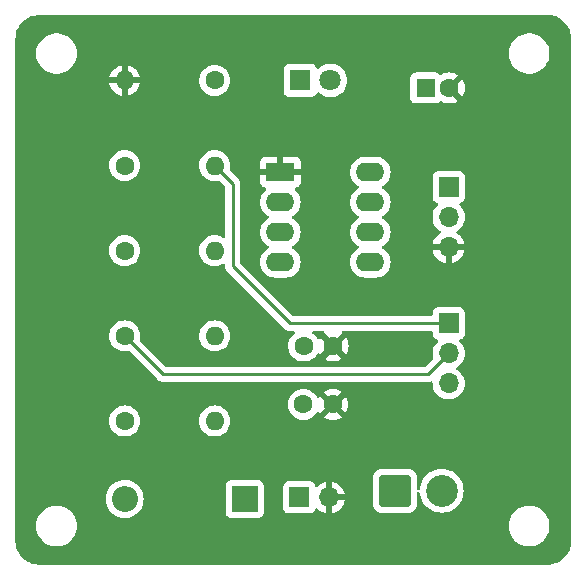
<source format=gbl>
G04 #@! TF.GenerationSoftware,KiCad,Pcbnew,7.0.11-rc3*
G04 #@! TF.CreationDate,2024-12-20T13:56:10-07:00*
G04 #@! TF.ProjectId,UselessBox V2,5573656c-6573-4734-926f-782056322e6b,2*
G04 #@! TF.SameCoordinates,Original*
G04 #@! TF.FileFunction,Copper,L2,Bot*
G04 #@! TF.FilePolarity,Positive*
%FSLAX46Y46*%
G04 Gerber Fmt 4.6, Leading zero omitted, Abs format (unit mm)*
G04 Created by KiCad (PCBNEW 7.0.11-rc3) date 2024-12-20 13:56:10*
%MOMM*%
%LPD*%
G01*
G04 APERTURE LIST*
G04 Aperture macros list*
%AMRoundRect*
0 Rectangle with rounded corners*
0 $1 Rounding radius*
0 $2 $3 $4 $5 $6 $7 $8 $9 X,Y pos of 4 corners*
0 Add a 4 corners polygon primitive as box body*
4,1,4,$2,$3,$4,$5,$6,$7,$8,$9,$2,$3,0*
0 Add four circle primitives for the rounded corners*
1,1,$1+$1,$2,$3*
1,1,$1+$1,$4,$5*
1,1,$1+$1,$6,$7*
1,1,$1+$1,$8,$9*
0 Add four rect primitives between the rounded corners*
20,1,$1+$1,$2,$3,$4,$5,0*
20,1,$1+$1,$4,$5,$6,$7,0*
20,1,$1+$1,$6,$7,$8,$9,0*
20,1,$1+$1,$8,$9,$2,$3,0*%
G04 Aperture macros list end*
G04 #@! TA.AperFunction,ComponentPad*
%ADD10C,2.700000*%
G04 #@! TD*
G04 #@! TA.AperFunction,ComponentPad*
%ADD11RoundRect,0.250001X-1.099999X-1.099999X1.099999X-1.099999X1.099999X1.099999X-1.099999X1.099999X0*%
G04 #@! TD*
G04 #@! TA.AperFunction,ComponentPad*
%ADD12O,2.400000X1.600000*%
G04 #@! TD*
G04 #@! TA.AperFunction,ComponentPad*
%ADD13R,2.400000X1.600000*%
G04 #@! TD*
G04 #@! TA.AperFunction,ComponentPad*
%ADD14R,1.700000X1.700000*%
G04 #@! TD*
G04 #@! TA.AperFunction,ComponentPad*
%ADD15O,1.700000X1.700000*%
G04 #@! TD*
G04 #@! TA.AperFunction,ComponentPad*
%ADD16O,1.600000X1.600000*%
G04 #@! TD*
G04 #@! TA.AperFunction,ComponentPad*
%ADD17C,1.600000*%
G04 #@! TD*
G04 #@! TA.AperFunction,ComponentPad*
%ADD18O,2.200000X2.200000*%
G04 #@! TD*
G04 #@! TA.AperFunction,ComponentPad*
%ADD19R,2.200000X2.200000*%
G04 #@! TD*
G04 #@! TA.AperFunction,ComponentPad*
%ADD20C,1.800000*%
G04 #@! TD*
G04 #@! TA.AperFunction,ComponentPad*
%ADD21R,1.800000X1.800000*%
G04 #@! TD*
G04 #@! TA.AperFunction,ComponentPad*
%ADD22R,1.600000X1.600000*%
G04 #@! TD*
G04 #@! TA.AperFunction,Conductor*
%ADD23C,0.250000*%
G04 #@! TD*
G04 APERTURE END LIST*
D10*
X160446000Y-118173500D03*
D11*
X156486000Y-118173500D03*
D12*
X154417000Y-91196000D03*
X154417000Y-93736000D03*
X154417000Y-96276000D03*
X154417000Y-98816000D03*
X146797000Y-98816000D03*
X146797000Y-96276000D03*
X146797000Y-93736000D03*
D13*
X146797000Y-91196000D03*
D14*
X161036000Y-104013000D03*
D15*
X161036000Y-106553000D03*
X161036000Y-109093000D03*
D16*
X141224000Y-112268000D03*
D17*
X133604000Y-112268000D03*
D16*
X141224000Y-105060750D03*
D17*
X133604000Y-105060750D03*
D16*
X141224000Y-97853500D03*
D17*
X133604000Y-97853500D03*
D16*
X141224000Y-90646250D03*
D17*
X133604000Y-90646250D03*
X141224000Y-83439000D03*
D16*
X133604000Y-83439000D03*
D14*
X161036000Y-92471000D03*
D15*
X161036000Y-95011000D03*
X161036000Y-97551000D03*
D14*
X148382000Y-118745000D03*
D15*
X150922000Y-118745000D03*
D18*
X133604000Y-118872000D03*
D19*
X143764000Y-118872000D03*
D20*
X151025112Y-83439000D03*
D21*
X148485112Y-83439000D03*
D17*
X151237000Y-110871000D03*
X148737000Y-110871000D03*
X151257000Y-105918000D03*
X148757000Y-105918000D03*
X161086000Y-84074000D03*
D22*
X159086000Y-84074000D03*
D23*
X159258000Y-108331000D02*
X136874250Y-108331000D01*
X161036000Y-106553000D02*
X159258000Y-108331000D01*
X136874250Y-108331000D02*
X133604000Y-105060750D01*
X142748000Y-92170250D02*
X141224000Y-90646250D01*
X147574000Y-104013000D02*
X142748000Y-99187000D01*
X142748000Y-99187000D02*
X142748000Y-92170250D01*
X161036000Y-104013000D02*
X147574000Y-104013000D01*
G04 #@! TA.AperFunction,Conductor*
G36*
X150475860Y-104666502D02*
G01*
X150522353Y-104720158D01*
X150533259Y-104783484D01*
X150529109Y-104830900D01*
X151217481Y-105519272D01*
X151131852Y-105532835D01*
X151018955Y-105590359D01*
X150929359Y-105679955D01*
X150871835Y-105792852D01*
X150858272Y-105878481D01*
X150169900Y-105190109D01*
X150119912Y-105261501D01*
X150117161Y-105266267D01*
X150115288Y-105265185D01*
X150074536Y-105311455D01*
X150006256Y-105330905D01*
X149938299Y-105310352D01*
X149899018Y-105265008D01*
X149897274Y-105266015D01*
X149894525Y-105261253D01*
X149763200Y-105073703D01*
X149763195Y-105073697D01*
X149601302Y-104911804D01*
X149601296Y-104911799D01*
X149549760Y-104875713D01*
X149505432Y-104820256D01*
X149498123Y-104749636D01*
X149530154Y-104686276D01*
X149591355Y-104650291D01*
X149622031Y-104646500D01*
X150407739Y-104646500D01*
X150475860Y-104666502D01*
G37*
G04 #@! TD.AperFunction*
G04 #@! TA.AperFunction,Conductor*
G36*
X169422118Y-77876770D02*
G01*
X169452327Y-77878749D01*
X169671666Y-77893126D01*
X169687987Y-77895274D01*
X169851934Y-77927885D01*
X169857878Y-77929219D01*
X169979374Y-77959593D01*
X169989266Y-77962503D01*
X170083084Y-77994350D01*
X170098928Y-78000964D01*
X170514098Y-78208549D01*
X170527751Y-78216482D01*
X170570870Y-78245293D01*
X170589963Y-78260963D01*
X171040035Y-78711035D01*
X171055705Y-78730128D01*
X171151092Y-78872883D01*
X171159333Y-78887157D01*
X171268112Y-79107740D01*
X171274419Y-79122967D01*
X171329169Y-79284256D01*
X171333409Y-79300047D01*
X171410436Y-79685185D01*
X171412613Y-79701654D01*
X171424230Y-79878880D01*
X171424500Y-79887121D01*
X171424500Y-122370153D01*
X171423527Y-122385782D01*
X171352504Y-122953953D01*
X171346791Y-122978823D01*
X171274429Y-123192006D01*
X171268122Y-123207234D01*
X171159344Y-123427822D01*
X171151103Y-123442096D01*
X171063763Y-123572811D01*
X171048092Y-123591906D01*
X170577902Y-124062095D01*
X170558810Y-124077763D01*
X170428131Y-124165082D01*
X170413857Y-124173324D01*
X170238785Y-124259661D01*
X170217671Y-124267807D01*
X169693396Y-124417600D01*
X169667021Y-124422178D01*
X169422680Y-124438192D01*
X169414428Y-124438462D01*
X126398343Y-124434503D01*
X126398328Y-124434500D01*
X126373285Y-124434500D01*
X126369122Y-124434500D01*
X126360881Y-124434230D01*
X126183654Y-124422613D01*
X126167184Y-124420436D01*
X125782048Y-124343409D01*
X125766257Y-124339169D01*
X125699917Y-124316649D01*
X125684070Y-124310034D01*
X125268900Y-124102449D01*
X125255247Y-124094516D01*
X125212128Y-124065705D01*
X125193035Y-124050035D01*
X124742963Y-123599963D01*
X124727293Y-123580870D01*
X124721908Y-123572811D01*
X124631902Y-123438108D01*
X124623671Y-123423851D01*
X124514883Y-123203249D01*
X124508584Y-123188042D01*
X124429525Y-122955141D01*
X124425259Y-122939222D01*
X124405810Y-122841445D01*
X124377274Y-122697987D01*
X124375126Y-122681666D01*
X124358770Y-122432118D01*
X124358500Y-122423878D01*
X124358500Y-121158000D01*
X126116852Y-121158000D01*
X126136138Y-121415360D01*
X126193566Y-121666966D01*
X126193567Y-121666968D01*
X126287849Y-121907197D01*
X126287851Y-121907201D01*
X126416889Y-122130702D01*
X126416891Y-122130705D01*
X126416892Y-122130706D01*
X126577801Y-122332480D01*
X126766986Y-122508018D01*
X126766992Y-122508022D01*
X126980218Y-122653397D01*
X126980226Y-122653402D01*
X127212732Y-122765371D01*
X127212750Y-122765378D01*
X127459344Y-122841442D01*
X127459346Y-122841442D01*
X127459355Y-122841445D01*
X127714551Y-122879910D01*
X127714555Y-122879910D01*
X127972625Y-122879910D01*
X127972629Y-122879910D01*
X128227825Y-122841445D01*
X128283609Y-122824238D01*
X128474429Y-122765378D01*
X128474431Y-122765376D01*
X128474438Y-122765375D01*
X128474443Y-122765372D01*
X128474447Y-122765371D01*
X128706953Y-122653402D01*
X128706953Y-122653401D01*
X128706959Y-122653399D01*
X128920194Y-122508018D01*
X129109379Y-122332480D01*
X129270288Y-122130706D01*
X129399327Y-121907204D01*
X129493614Y-121666965D01*
X129551042Y-121415357D01*
X129570328Y-121158000D01*
X166116852Y-121158000D01*
X166136138Y-121415360D01*
X166193566Y-121666966D01*
X166193567Y-121666968D01*
X166287849Y-121907197D01*
X166287851Y-121907201D01*
X166416889Y-122130702D01*
X166416891Y-122130705D01*
X166416892Y-122130706D01*
X166577801Y-122332480D01*
X166766986Y-122508018D01*
X166766992Y-122508022D01*
X166980218Y-122653397D01*
X166980226Y-122653402D01*
X167212732Y-122765371D01*
X167212750Y-122765378D01*
X167459344Y-122841442D01*
X167459346Y-122841442D01*
X167459355Y-122841445D01*
X167714551Y-122879910D01*
X167714555Y-122879910D01*
X167972625Y-122879910D01*
X167972629Y-122879910D01*
X168227825Y-122841445D01*
X168283609Y-122824238D01*
X168474429Y-122765378D01*
X168474431Y-122765376D01*
X168474438Y-122765375D01*
X168474443Y-122765372D01*
X168474447Y-122765371D01*
X168706953Y-122653402D01*
X168706953Y-122653401D01*
X168706959Y-122653399D01*
X168920194Y-122508018D01*
X169109379Y-122332480D01*
X169270288Y-122130706D01*
X169399327Y-121907204D01*
X169493614Y-121666965D01*
X169551042Y-121415357D01*
X169570328Y-121158000D01*
X169551042Y-120900643D01*
X169493614Y-120649035D01*
X169427469Y-120480500D01*
X169399330Y-120408802D01*
X169399328Y-120408798D01*
X169270290Y-120185297D01*
X169263935Y-120177328D01*
X169109379Y-119983520D01*
X168920194Y-119807982D01*
X168830980Y-119747157D01*
X168706961Y-119662602D01*
X168706953Y-119662597D01*
X168474447Y-119550628D01*
X168474429Y-119550621D01*
X168227835Y-119474557D01*
X168227827Y-119474555D01*
X168227825Y-119474555D01*
X167972629Y-119436090D01*
X167714551Y-119436090D01*
X167459355Y-119474555D01*
X167459353Y-119474555D01*
X167459344Y-119474557D01*
X167212750Y-119550621D01*
X167212732Y-119550628D01*
X166980226Y-119662597D01*
X166980218Y-119662602D01*
X166766992Y-119807977D01*
X166766987Y-119807981D01*
X166766986Y-119807982D01*
X166577801Y-119983520D01*
X166548192Y-120020649D01*
X166416889Y-120185297D01*
X166287851Y-120408798D01*
X166287849Y-120408802D01*
X166193567Y-120649031D01*
X166193566Y-120649033D01*
X166136138Y-120900639D01*
X166116852Y-121158000D01*
X129570328Y-121158000D01*
X129551042Y-120900643D01*
X129493614Y-120649035D01*
X129427469Y-120480500D01*
X129399330Y-120408802D01*
X129399328Y-120408798D01*
X129270290Y-120185297D01*
X129263935Y-120177328D01*
X129109379Y-119983520D01*
X128920194Y-119807982D01*
X128830980Y-119747157D01*
X128706961Y-119662602D01*
X128706953Y-119662597D01*
X128474447Y-119550628D01*
X128474429Y-119550621D01*
X128227835Y-119474557D01*
X128227827Y-119474555D01*
X128227825Y-119474555D01*
X127972629Y-119436090D01*
X127714551Y-119436090D01*
X127459355Y-119474555D01*
X127459353Y-119474555D01*
X127459344Y-119474557D01*
X127212750Y-119550621D01*
X127212732Y-119550628D01*
X126980226Y-119662597D01*
X126980218Y-119662602D01*
X126766992Y-119807977D01*
X126766987Y-119807981D01*
X126766986Y-119807982D01*
X126577801Y-119983520D01*
X126548192Y-120020649D01*
X126416889Y-120185297D01*
X126287851Y-120408798D01*
X126287849Y-120408802D01*
X126193567Y-120649031D01*
X126193566Y-120649033D01*
X126136138Y-120900639D01*
X126116852Y-121158000D01*
X124358500Y-121158000D01*
X124358500Y-118872000D01*
X131990526Y-118872000D01*
X132010391Y-119124402D01*
X132069494Y-119370589D01*
X132162961Y-119596237D01*
X132166384Y-119604502D01*
X132298672Y-119820376D01*
X132463102Y-120012898D01*
X132655624Y-120177328D01*
X132871498Y-120309616D01*
X133105409Y-120406505D01*
X133351597Y-120465609D01*
X133604000Y-120485474D01*
X133856403Y-120465609D01*
X134102591Y-120406505D01*
X134336502Y-120309616D01*
X134552376Y-120177328D01*
X134735823Y-120020649D01*
X142155500Y-120020649D01*
X142162009Y-120081196D01*
X142162011Y-120081204D01*
X142213110Y-120218202D01*
X142213112Y-120218207D01*
X142300738Y-120335261D01*
X142417792Y-120422887D01*
X142417794Y-120422888D01*
X142417796Y-120422889D01*
X142476875Y-120444924D01*
X142554795Y-120473988D01*
X142554803Y-120473990D01*
X142615350Y-120480499D01*
X142615355Y-120480499D01*
X142615362Y-120480500D01*
X142615368Y-120480500D01*
X144912632Y-120480500D01*
X144912638Y-120480500D01*
X144912645Y-120480499D01*
X144912649Y-120480499D01*
X144973196Y-120473990D01*
X144973199Y-120473989D01*
X144973201Y-120473989D01*
X145110204Y-120422889D01*
X145129028Y-120408798D01*
X145227261Y-120335261D01*
X145314887Y-120218207D01*
X145314887Y-120218206D01*
X145314889Y-120218204D01*
X145365989Y-120081201D01*
X145369786Y-120045889D01*
X145372499Y-120020649D01*
X145372500Y-120020632D01*
X145372500Y-119643649D01*
X147023500Y-119643649D01*
X147030009Y-119704196D01*
X147030011Y-119704204D01*
X147081110Y-119841202D01*
X147081112Y-119841207D01*
X147168738Y-119958261D01*
X147285792Y-120045887D01*
X147285794Y-120045888D01*
X147285796Y-120045889D01*
X147339600Y-120065957D01*
X147422795Y-120096988D01*
X147422803Y-120096990D01*
X147483350Y-120103499D01*
X147483355Y-120103499D01*
X147483362Y-120103500D01*
X147483368Y-120103500D01*
X149280632Y-120103500D01*
X149280638Y-120103500D01*
X149280645Y-120103499D01*
X149280649Y-120103499D01*
X149341196Y-120096990D01*
X149341199Y-120096989D01*
X149341201Y-120096989D01*
X149478204Y-120045889D01*
X149490417Y-120036747D01*
X149595261Y-119958261D01*
X149682886Y-119841208D01*
X149682885Y-119841208D01*
X149682889Y-119841204D01*
X149727196Y-119722413D01*
X149769741Y-119665581D01*
X149836262Y-119640770D01*
X149905636Y-119655862D01*
X149937952Y-119681112D01*
X149999097Y-119747534D01*
X150176698Y-119885767D01*
X150176699Y-119885768D01*
X150374628Y-119992882D01*
X150374630Y-119992883D01*
X150587483Y-120065955D01*
X150587492Y-120065957D01*
X150668000Y-120079391D01*
X150668000Y-119178674D01*
X150779685Y-119229680D01*
X150886237Y-119245000D01*
X150957763Y-119245000D01*
X151064315Y-119229680D01*
X151176000Y-119178674D01*
X151176000Y-120079390D01*
X151256507Y-120065957D01*
X151256516Y-120065955D01*
X151469369Y-119992883D01*
X151469371Y-119992882D01*
X151667300Y-119885768D01*
X151667301Y-119885767D01*
X151844902Y-119747534D01*
X151997325Y-119581958D01*
X152120419Y-119393548D01*
X152150903Y-119324052D01*
X154627499Y-119324052D01*
X154638112Y-119427921D01*
X154638112Y-119427923D01*
X154638113Y-119427925D01*
X154693885Y-119596238D01*
X154721353Y-119640770D01*
X154786970Y-119747151D01*
X154786975Y-119747157D01*
X154912342Y-119872524D01*
X154912348Y-119872529D01*
X154912349Y-119872530D01*
X155063262Y-119965615D01*
X155231575Y-120021387D01*
X155259906Y-120024281D01*
X155335448Y-120032000D01*
X155335456Y-120032000D01*
X157636552Y-120032000D01*
X157705798Y-120024924D01*
X157740425Y-120021387D01*
X157908738Y-119965615D01*
X158059651Y-119872530D01*
X158185030Y-119747151D01*
X158278115Y-119596238D01*
X158333887Y-119427925D01*
X158339745Y-119370589D01*
X158344500Y-119324052D01*
X158344500Y-118370210D01*
X158364502Y-118302089D01*
X158418158Y-118255596D01*
X158488432Y-118245492D01*
X158553012Y-118274986D01*
X158591396Y-118334712D01*
X158596179Y-118361221D01*
X158601718Y-118438671D01*
X158658225Y-118698428D01*
X158658225Y-118698429D01*
X158751130Y-118947520D01*
X158779241Y-118999000D01*
X158878537Y-119180847D01*
X158985733Y-119324044D01*
X159037853Y-119393668D01*
X159037861Y-119393677D01*
X159225822Y-119581638D01*
X159225831Y-119581646D01*
X159225833Y-119581648D01*
X159438653Y-119740963D01*
X159671979Y-119868369D01*
X159921063Y-119961272D01*
X159921066Y-119961272D01*
X159921070Y-119961274D01*
X160066370Y-119992882D01*
X160180832Y-120017782D01*
X160446000Y-120036747D01*
X160711168Y-120017782D01*
X160970928Y-119961274D01*
X160970929Y-119961274D01*
X160970930Y-119961273D01*
X160970937Y-119961272D01*
X161220021Y-119868369D01*
X161453347Y-119740963D01*
X161666167Y-119581648D01*
X161854148Y-119393667D01*
X162013463Y-119180847D01*
X162140869Y-118947521D01*
X162233772Y-118698437D01*
X162290282Y-118438668D01*
X162309247Y-118173500D01*
X162290282Y-117908332D01*
X162259664Y-117767583D01*
X162233774Y-117648571D01*
X162233774Y-117648570D01*
X162233772Y-117648566D01*
X162233772Y-117648563D01*
X162140869Y-117399479D01*
X162013463Y-117166153D01*
X161854148Y-116953333D01*
X161854146Y-116953331D01*
X161854138Y-116953322D01*
X161666177Y-116765361D01*
X161666168Y-116765353D01*
X161646674Y-116750760D01*
X161453347Y-116606037D01*
X161325940Y-116536467D01*
X161220020Y-116478630D01*
X160970929Y-116385725D01*
X160711170Y-116329218D01*
X160711172Y-116329218D01*
X160446000Y-116310253D01*
X160180828Y-116329218D01*
X159921071Y-116385725D01*
X159921070Y-116385725D01*
X159671979Y-116478630D01*
X159438653Y-116606037D01*
X159225831Y-116765353D01*
X159225822Y-116765361D01*
X159037861Y-116953322D01*
X159037853Y-116953331D01*
X158878537Y-117166153D01*
X158751130Y-117399479D01*
X158658225Y-117648570D01*
X158658225Y-117648571D01*
X158601718Y-117908328D01*
X158596179Y-117985778D01*
X158571368Y-118052298D01*
X158514533Y-118094845D01*
X158443717Y-118099910D01*
X158381405Y-118065884D01*
X158347380Y-118003572D01*
X158344500Y-117976789D01*
X158344500Y-117022947D01*
X158333887Y-116919078D01*
X158333887Y-116919075D01*
X158278115Y-116750762D01*
X158185030Y-116599849D01*
X158185029Y-116599848D01*
X158185024Y-116599842D01*
X158059657Y-116474475D01*
X158059651Y-116474470D01*
X157908738Y-116381385D01*
X157740425Y-116325613D01*
X157740423Y-116325612D01*
X157740421Y-116325612D01*
X157636552Y-116315000D01*
X157636544Y-116315000D01*
X155335456Y-116315000D01*
X155335448Y-116315000D01*
X155231578Y-116325612D01*
X155063262Y-116381385D01*
X155063260Y-116381386D01*
X154912348Y-116474470D01*
X154912342Y-116474475D01*
X154786975Y-116599842D01*
X154786970Y-116599848D01*
X154693886Y-116750760D01*
X154693885Y-116750762D01*
X154638112Y-116919078D01*
X154627500Y-117022947D01*
X154627500Y-119324052D01*
X154627499Y-119324052D01*
X152150903Y-119324052D01*
X152210820Y-119187456D01*
X152210823Y-119187449D01*
X152258544Y-118999000D01*
X151353116Y-118999000D01*
X151381493Y-118954844D01*
X151422000Y-118816889D01*
X151422000Y-118673111D01*
X151381493Y-118535156D01*
X151353116Y-118491000D01*
X152258544Y-118491000D01*
X152258544Y-118490999D01*
X152210823Y-118302550D01*
X152210820Y-118302543D01*
X152120419Y-118096451D01*
X151997325Y-117908041D01*
X151844902Y-117742465D01*
X151667301Y-117604232D01*
X151667300Y-117604231D01*
X151469371Y-117497117D01*
X151469369Y-117497116D01*
X151256512Y-117424043D01*
X151256501Y-117424040D01*
X151176000Y-117410606D01*
X151176000Y-118311325D01*
X151064315Y-118260320D01*
X150957763Y-118245000D01*
X150886237Y-118245000D01*
X150779685Y-118260320D01*
X150668000Y-118311325D01*
X150668000Y-117410607D01*
X150667999Y-117410606D01*
X150587498Y-117424040D01*
X150587487Y-117424043D01*
X150374630Y-117497116D01*
X150374628Y-117497117D01*
X150176699Y-117604231D01*
X150176698Y-117604232D01*
X149999096Y-117742465D01*
X149937951Y-117808888D01*
X149877098Y-117845459D01*
X149806134Y-117843324D01*
X149747588Y-117803163D01*
X149727195Y-117767583D01*
X149682889Y-117648796D01*
X149682887Y-117648792D01*
X149595261Y-117531738D01*
X149478207Y-117444112D01*
X149478202Y-117444110D01*
X149341204Y-117393011D01*
X149341196Y-117393009D01*
X149280649Y-117386500D01*
X149280638Y-117386500D01*
X147483362Y-117386500D01*
X147483350Y-117386500D01*
X147422803Y-117393009D01*
X147422795Y-117393011D01*
X147285797Y-117444110D01*
X147285792Y-117444112D01*
X147168738Y-117531738D01*
X147081112Y-117648792D01*
X147081110Y-117648797D01*
X147030011Y-117785795D01*
X147030009Y-117785803D01*
X147023500Y-117846350D01*
X147023500Y-119643649D01*
X145372500Y-119643649D01*
X145372500Y-117723367D01*
X145372499Y-117723350D01*
X145365990Y-117662803D01*
X145365988Y-117662795D01*
X145330135Y-117566671D01*
X145314889Y-117525796D01*
X145314888Y-117525794D01*
X145314887Y-117525792D01*
X145227261Y-117408738D01*
X145110207Y-117321112D01*
X145110202Y-117321110D01*
X144973204Y-117270011D01*
X144973196Y-117270009D01*
X144912649Y-117263500D01*
X144912638Y-117263500D01*
X142615362Y-117263500D01*
X142615350Y-117263500D01*
X142554803Y-117270009D01*
X142554795Y-117270011D01*
X142417797Y-117321110D01*
X142417792Y-117321112D01*
X142300738Y-117408738D01*
X142213112Y-117525792D01*
X142213110Y-117525797D01*
X142162011Y-117662795D01*
X142162009Y-117662803D01*
X142155500Y-117723350D01*
X142155500Y-120020649D01*
X134735823Y-120020649D01*
X134744898Y-120012898D01*
X134909328Y-119820376D01*
X135041616Y-119604502D01*
X135138505Y-119370591D01*
X135197609Y-119124403D01*
X135217474Y-118872000D01*
X135197609Y-118619597D01*
X135138505Y-118373409D01*
X135041616Y-118139498D01*
X134909328Y-117923624D01*
X134744898Y-117731102D01*
X134552376Y-117566672D01*
X134336502Y-117434384D01*
X134311530Y-117424040D01*
X134102589Y-117337494D01*
X133934177Y-117297062D01*
X133856403Y-117278391D01*
X133604000Y-117258526D01*
X133351597Y-117278391D01*
X133105410Y-117337494D01*
X132871499Y-117434383D01*
X132655625Y-117566671D01*
X132463102Y-117731102D01*
X132298671Y-117923625D01*
X132166383Y-118139499D01*
X132069494Y-118373410D01*
X132010391Y-118619597D01*
X131990526Y-118872000D01*
X124358500Y-118872000D01*
X124358500Y-112268000D01*
X132290502Y-112268000D01*
X132310457Y-112496087D01*
X132369716Y-112717243D01*
X132466477Y-112924749D01*
X132597802Y-113112300D01*
X132759700Y-113274198D01*
X132947251Y-113405523D01*
X133154757Y-113502284D01*
X133375913Y-113561543D01*
X133604000Y-113581498D01*
X133832087Y-113561543D01*
X134053243Y-113502284D01*
X134260749Y-113405523D01*
X134448300Y-113274198D01*
X134610198Y-113112300D01*
X134741523Y-112924749D01*
X134838284Y-112717243D01*
X134897543Y-112496087D01*
X134917498Y-112268000D01*
X139910502Y-112268000D01*
X139930457Y-112496087D01*
X139989716Y-112717243D01*
X140086477Y-112924749D01*
X140217802Y-113112300D01*
X140379700Y-113274198D01*
X140567251Y-113405523D01*
X140774757Y-113502284D01*
X140995913Y-113561543D01*
X141224000Y-113581498D01*
X141452087Y-113561543D01*
X141673243Y-113502284D01*
X141880749Y-113405523D01*
X142068300Y-113274198D01*
X142230198Y-113112300D01*
X142361523Y-112924749D01*
X142458284Y-112717243D01*
X142517543Y-112496087D01*
X142537498Y-112268000D01*
X142517543Y-112039913D01*
X142458284Y-111818757D01*
X142361523Y-111611251D01*
X142230198Y-111423700D01*
X142068300Y-111261802D01*
X141880749Y-111130477D01*
X141834788Y-111109045D01*
X141673246Y-111033717D01*
X141673240Y-111033715D01*
X141533038Y-110996148D01*
X141452087Y-110974457D01*
X141224000Y-110954502D01*
X140995913Y-110974457D01*
X140774759Y-111033715D01*
X140774753Y-111033717D01*
X140567250Y-111130477D01*
X140379703Y-111261799D01*
X140379697Y-111261804D01*
X140217804Y-111423697D01*
X140217799Y-111423703D01*
X140086477Y-111611250D01*
X139989717Y-111818753D01*
X139989715Y-111818759D01*
X139938868Y-112008522D01*
X139930457Y-112039913D01*
X139910502Y-112268000D01*
X134917498Y-112268000D01*
X134897543Y-112039913D01*
X134838284Y-111818757D01*
X134741523Y-111611251D01*
X134610198Y-111423700D01*
X134448300Y-111261802D01*
X134260749Y-111130477D01*
X134214788Y-111109045D01*
X134053246Y-111033717D01*
X134053240Y-111033715D01*
X133913038Y-110996148D01*
X133832087Y-110974457D01*
X133604000Y-110954502D01*
X133375913Y-110974457D01*
X133154759Y-111033715D01*
X133154753Y-111033717D01*
X132947250Y-111130477D01*
X132759703Y-111261799D01*
X132759697Y-111261804D01*
X132597804Y-111423697D01*
X132597799Y-111423703D01*
X132466477Y-111611250D01*
X132369717Y-111818753D01*
X132369715Y-111818759D01*
X132318868Y-112008522D01*
X132310457Y-112039913D01*
X132290502Y-112268000D01*
X124358500Y-112268000D01*
X124358500Y-110871000D01*
X147423502Y-110871000D01*
X147443457Y-111099087D01*
X147502716Y-111320243D01*
X147599477Y-111527749D01*
X147730802Y-111715300D01*
X147892700Y-111877198D01*
X148080251Y-112008523D01*
X148287757Y-112105284D01*
X148508913Y-112164543D01*
X148737000Y-112184498D01*
X148965087Y-112164543D01*
X149186243Y-112105284D01*
X149393749Y-112008523D01*
X149581300Y-111877198D01*
X149743198Y-111715300D01*
X149874523Y-111527749D01*
X149874523Y-111527748D01*
X149874525Y-111527746D01*
X149877274Y-111522985D01*
X149879082Y-111524028D01*
X149919990Y-111477561D01*
X149988265Y-111458095D01*
X150056227Y-111478631D01*
X150095349Y-111523779D01*
X150097161Y-111522734D01*
X150099913Y-111527501D01*
X150149899Y-111598888D01*
X150838272Y-110910516D01*
X150851835Y-110996148D01*
X150909359Y-111109045D01*
X150998955Y-111198641D01*
X151111852Y-111256165D01*
X151197482Y-111269727D01*
X150509110Y-111958098D01*
X150509110Y-111958100D01*
X150580498Y-112008086D01*
X150787926Y-112104811D01*
X150787931Y-112104813D01*
X151008999Y-112164048D01*
X151008995Y-112164048D01*
X151237000Y-112183995D01*
X151465002Y-112164048D01*
X151686068Y-112104813D01*
X151686073Y-112104811D01*
X151893497Y-112008088D01*
X151964888Y-111958099D01*
X151964888Y-111958097D01*
X151276518Y-111269727D01*
X151362148Y-111256165D01*
X151475045Y-111198641D01*
X151564641Y-111109045D01*
X151622165Y-110996148D01*
X151635727Y-110910518D01*
X152324097Y-111598888D01*
X152324099Y-111598888D01*
X152374088Y-111527497D01*
X152470811Y-111320073D01*
X152470813Y-111320068D01*
X152530048Y-111099002D01*
X152549995Y-110871000D01*
X152530048Y-110642997D01*
X152470813Y-110421931D01*
X152470811Y-110421926D01*
X152374086Y-110214498D01*
X152324100Y-110143110D01*
X152324098Y-110143110D01*
X151635727Y-110831481D01*
X151622165Y-110745852D01*
X151564641Y-110632955D01*
X151475045Y-110543359D01*
X151362148Y-110485835D01*
X151276517Y-110472272D01*
X151964888Y-109783899D01*
X151964888Y-109783898D01*
X151893501Y-109733913D01*
X151686073Y-109637188D01*
X151686068Y-109637186D01*
X151465000Y-109577951D01*
X151465004Y-109577951D01*
X151237000Y-109558004D01*
X151008997Y-109577951D01*
X150787931Y-109637186D01*
X150787926Y-109637188D01*
X150580500Y-109733913D01*
X150509109Y-109783900D01*
X151197481Y-110472272D01*
X151111852Y-110485835D01*
X150998955Y-110543359D01*
X150909359Y-110632955D01*
X150851835Y-110745852D01*
X150838272Y-110831481D01*
X150149900Y-110143109D01*
X150099912Y-110214501D01*
X150097161Y-110219267D01*
X150095288Y-110218185D01*
X150054536Y-110264455D01*
X149986256Y-110283905D01*
X149918299Y-110263352D01*
X149879018Y-110218008D01*
X149877274Y-110219015D01*
X149874525Y-110214253D01*
X149743200Y-110026703D01*
X149743195Y-110026697D01*
X149581302Y-109864804D01*
X149581296Y-109864799D01*
X149393749Y-109733477D01*
X149186246Y-109636717D01*
X149186240Y-109636715D01*
X149092771Y-109611670D01*
X148965087Y-109577457D01*
X148737000Y-109557502D01*
X148508913Y-109577457D01*
X148287759Y-109636715D01*
X148287753Y-109636717D01*
X148080250Y-109733477D01*
X147892703Y-109864799D01*
X147892697Y-109864804D01*
X147730804Y-110026697D01*
X147730799Y-110026703D01*
X147599477Y-110214250D01*
X147502717Y-110421753D01*
X147502715Y-110421759D01*
X147446125Y-110632955D01*
X147443457Y-110642913D01*
X147423502Y-110871000D01*
X124358500Y-110871000D01*
X124358500Y-105060750D01*
X132290502Y-105060750D01*
X132310457Y-105288837D01*
X132316222Y-105310352D01*
X132369715Y-105509990D01*
X132369717Y-105509996D01*
X132453653Y-105689997D01*
X132466477Y-105717499D01*
X132597802Y-105905050D01*
X132759700Y-106066948D01*
X132947251Y-106198273D01*
X133154757Y-106295034D01*
X133375913Y-106354293D01*
X133604000Y-106374248D01*
X133832087Y-106354293D01*
X133895541Y-106337290D01*
X133966516Y-106338978D01*
X134017247Y-106369901D01*
X136367005Y-108719660D01*
X136376970Y-108732097D01*
X136377197Y-108731910D01*
X136382249Y-108738017D01*
X136431899Y-108784641D01*
X136434743Y-108787398D01*
X136454473Y-108807129D01*
X136454474Y-108807130D01*
X136454478Y-108807133D01*
X136454480Y-108807135D01*
X136457685Y-108809621D01*
X136466692Y-108817314D01*
X136498929Y-108847586D01*
X136516678Y-108857343D01*
X136533203Y-108868198D01*
X136549209Y-108880614D01*
X136589792Y-108898175D01*
X136600443Y-108903393D01*
X136639190Y-108924695D01*
X136639198Y-108924697D01*
X136658808Y-108929732D01*
X136677517Y-108936137D01*
X136696105Y-108944181D01*
X136739780Y-108951098D01*
X136751391Y-108953502D01*
X136794220Y-108964500D01*
X136814474Y-108964500D01*
X136834184Y-108966051D01*
X136836391Y-108966400D01*
X136854193Y-108969220D01*
X136898211Y-108965058D01*
X136910069Y-108964500D01*
X159174147Y-108964500D01*
X159189988Y-108966249D01*
X159190016Y-108965956D01*
X159197902Y-108966700D01*
X159197909Y-108966702D01*
X159265986Y-108964562D01*
X159269945Y-108964500D01*
X159297851Y-108964500D01*
X159297856Y-108964500D01*
X159301867Y-108963992D01*
X159313699Y-108963061D01*
X159357889Y-108961673D01*
X159377347Y-108956019D01*
X159396694Y-108952013D01*
X159416797Y-108949474D01*
X159457910Y-108933195D01*
X159469124Y-108929355D01*
X159511593Y-108917018D01*
X159511593Y-108917017D01*
X159515923Y-108915760D01*
X159586919Y-108915965D01*
X159646534Y-108954521D01*
X159675841Y-109019186D01*
X159676642Y-109047162D01*
X159672844Y-109092999D01*
X159691437Y-109317375D01*
X159746702Y-109535612D01*
X159746703Y-109535613D01*
X159746704Y-109535616D01*
X159837140Y-109741791D01*
X159837141Y-109741793D01*
X159960275Y-109930265D01*
X159960279Y-109930270D01*
X160112762Y-110095908D01*
X160167331Y-110138381D01*
X160290424Y-110234189D01*
X160488426Y-110341342D01*
X160488427Y-110341342D01*
X160488428Y-110341343D01*
X160600227Y-110379723D01*
X160701365Y-110414444D01*
X160923431Y-110451500D01*
X160923435Y-110451500D01*
X161148565Y-110451500D01*
X161148569Y-110451500D01*
X161370635Y-110414444D01*
X161583574Y-110341342D01*
X161781576Y-110234189D01*
X161959240Y-110095906D01*
X162111722Y-109930268D01*
X162234860Y-109741791D01*
X162325296Y-109535616D01*
X162380564Y-109317368D01*
X162399156Y-109093000D01*
X162380564Y-108868632D01*
X162378650Y-108861072D01*
X162325297Y-108650387D01*
X162325296Y-108650386D01*
X162325296Y-108650384D01*
X162234860Y-108444209D01*
X162228140Y-108433924D01*
X162111724Y-108255734D01*
X162111720Y-108255729D01*
X161959237Y-108090091D01*
X161877382Y-108026381D01*
X161781576Y-107951811D01*
X161748319Y-107933813D01*
X161697929Y-107883802D01*
X161682576Y-107814485D01*
X161707136Y-107747872D01*
X161748320Y-107712186D01*
X161781576Y-107694189D01*
X161959240Y-107555906D01*
X162111722Y-107390268D01*
X162234860Y-107201791D01*
X162325296Y-106995616D01*
X162380564Y-106777368D01*
X162399156Y-106553000D01*
X162380564Y-106328632D01*
X162325296Y-106110384D01*
X162234860Y-105904209D01*
X162162107Y-105792852D01*
X162111724Y-105715734D01*
X162111719Y-105715729D01*
X162078786Y-105679955D01*
X161968524Y-105560179D01*
X161937103Y-105496514D01*
X161945090Y-105425968D01*
X161989948Y-105370939D01*
X162017183Y-105356789D01*
X162132204Y-105313889D01*
X162135456Y-105311455D01*
X162249261Y-105226261D01*
X162336887Y-105109207D01*
X162336887Y-105109206D01*
X162336889Y-105109204D01*
X162387989Y-104972201D01*
X162394483Y-104911802D01*
X162394499Y-104911649D01*
X162394500Y-104911632D01*
X162394500Y-103114367D01*
X162394499Y-103114350D01*
X162387990Y-103053803D01*
X162387988Y-103053795D01*
X162336889Y-102916797D01*
X162336887Y-102916792D01*
X162249261Y-102799738D01*
X162132207Y-102712112D01*
X162132202Y-102712110D01*
X161995204Y-102661011D01*
X161995196Y-102661009D01*
X161934649Y-102654500D01*
X161934638Y-102654500D01*
X160137362Y-102654500D01*
X160137350Y-102654500D01*
X160076803Y-102661009D01*
X160076795Y-102661011D01*
X159939797Y-102712110D01*
X159939792Y-102712112D01*
X159822738Y-102799738D01*
X159735112Y-102916792D01*
X159735110Y-102916797D01*
X159684011Y-103053795D01*
X159684009Y-103053803D01*
X159677500Y-103114350D01*
X159677500Y-103253500D01*
X159657498Y-103321621D01*
X159603842Y-103368114D01*
X159551500Y-103379500D01*
X147888594Y-103379500D01*
X147820473Y-103359498D01*
X147799499Y-103342595D01*
X143418405Y-98961500D01*
X143384379Y-98899188D01*
X143381500Y-98872405D01*
X143381500Y-98816000D01*
X145083502Y-98816000D01*
X145103457Y-99044086D01*
X145162715Y-99265240D01*
X145162717Y-99265246D01*
X145259477Y-99472749D01*
X145306777Y-99540301D01*
X145390802Y-99660300D01*
X145552700Y-99822198D01*
X145740251Y-99953523D01*
X145947757Y-100050284D01*
X146168913Y-100109543D01*
X146339873Y-100124500D01*
X146339880Y-100124500D01*
X147254120Y-100124500D01*
X147254127Y-100124500D01*
X147425087Y-100109543D01*
X147646243Y-100050284D01*
X147853749Y-99953523D01*
X148041300Y-99822198D01*
X148203198Y-99660300D01*
X148334523Y-99472749D01*
X148431284Y-99265243D01*
X148490543Y-99044087D01*
X148510498Y-98816000D01*
X152703502Y-98816000D01*
X152723457Y-99044086D01*
X152782715Y-99265240D01*
X152782717Y-99265246D01*
X152879477Y-99472749D01*
X152926777Y-99540301D01*
X153010802Y-99660300D01*
X153172700Y-99822198D01*
X153360251Y-99953523D01*
X153567757Y-100050284D01*
X153788913Y-100109543D01*
X153959873Y-100124500D01*
X153959880Y-100124500D01*
X154874120Y-100124500D01*
X154874127Y-100124500D01*
X155045087Y-100109543D01*
X155266243Y-100050284D01*
X155473749Y-99953523D01*
X155661300Y-99822198D01*
X155823198Y-99660300D01*
X155954523Y-99472749D01*
X156051284Y-99265243D01*
X156110543Y-99044087D01*
X156130498Y-98816000D01*
X156110543Y-98587913D01*
X156051284Y-98366757D01*
X155954523Y-98159251D01*
X155823198Y-97971700D01*
X155661300Y-97809802D01*
X155473749Y-97678477D01*
X155434543Y-97660195D01*
X155381258Y-97613279D01*
X155361796Y-97545002D01*
X155382337Y-97477042D01*
X155434543Y-97431805D01*
X155436997Y-97430660D01*
X155473749Y-97413523D01*
X155661300Y-97282198D01*
X155823198Y-97120300D01*
X155954523Y-96932749D01*
X156051284Y-96725243D01*
X156110543Y-96504087D01*
X156130498Y-96276000D01*
X156110543Y-96047913D01*
X156051284Y-95826757D01*
X155954523Y-95619251D01*
X155823198Y-95431700D01*
X155661300Y-95269802D01*
X155473749Y-95138477D01*
X155434543Y-95120195D01*
X155381258Y-95073279D01*
X155363506Y-95011000D01*
X159672844Y-95011000D01*
X159681892Y-95120195D01*
X159691437Y-95235375D01*
X159746702Y-95453612D01*
X159746703Y-95453613D01*
X159837141Y-95659793D01*
X159960275Y-95848265D01*
X159960279Y-95848270D01*
X160112762Y-96013908D01*
X160156452Y-96047913D01*
X160290424Y-96152189D01*
X160324205Y-96170470D01*
X160374596Y-96220482D01*
X160389949Y-96289799D01*
X160365389Y-96356412D01*
X160324209Y-96392096D01*
X160290704Y-96410228D01*
X160290698Y-96410232D01*
X160113097Y-96548465D01*
X159960674Y-96714041D01*
X159837580Y-96902451D01*
X159747179Y-97108543D01*
X159747176Y-97108550D01*
X159699455Y-97296999D01*
X159699456Y-97297000D01*
X160604884Y-97297000D01*
X160576507Y-97341156D01*
X160536000Y-97479111D01*
X160536000Y-97622889D01*
X160576507Y-97760844D01*
X160604884Y-97805000D01*
X159699455Y-97805000D01*
X159747176Y-97993449D01*
X159747179Y-97993456D01*
X159837580Y-98199548D01*
X159960674Y-98387958D01*
X160113097Y-98553534D01*
X160290698Y-98691767D01*
X160290699Y-98691768D01*
X160488628Y-98798882D01*
X160488630Y-98798883D01*
X160701483Y-98871955D01*
X160701492Y-98871957D01*
X160782000Y-98885391D01*
X160782000Y-97984674D01*
X160893685Y-98035680D01*
X161000237Y-98051000D01*
X161071763Y-98051000D01*
X161178315Y-98035680D01*
X161290000Y-97984674D01*
X161290000Y-98885390D01*
X161370507Y-98871957D01*
X161370516Y-98871955D01*
X161583369Y-98798883D01*
X161583371Y-98798882D01*
X161781300Y-98691768D01*
X161781301Y-98691767D01*
X161958902Y-98553534D01*
X162111325Y-98387958D01*
X162234419Y-98199548D01*
X162324820Y-97993456D01*
X162324823Y-97993449D01*
X162372544Y-97805000D01*
X161467116Y-97805000D01*
X161495493Y-97760844D01*
X161536000Y-97622889D01*
X161536000Y-97479111D01*
X161495493Y-97341156D01*
X161467116Y-97297000D01*
X162372544Y-97297000D01*
X162372544Y-97296999D01*
X162324823Y-97108550D01*
X162324820Y-97108543D01*
X162234419Y-96902451D01*
X162111325Y-96714041D01*
X161958902Y-96548465D01*
X161781301Y-96410232D01*
X161781300Y-96410231D01*
X161747791Y-96392097D01*
X161697401Y-96342083D01*
X161682050Y-96272766D01*
X161706612Y-96206153D01*
X161747790Y-96170472D01*
X161781576Y-96152189D01*
X161959240Y-96013906D01*
X162111722Y-95848268D01*
X162234860Y-95659791D01*
X162325296Y-95453616D01*
X162380564Y-95235368D01*
X162399156Y-95011000D01*
X162380564Y-94786632D01*
X162325296Y-94568384D01*
X162234860Y-94362209D01*
X162228140Y-94351924D01*
X162111724Y-94173734D01*
X162111719Y-94173729D01*
X161968524Y-94018179D01*
X161937103Y-93954514D01*
X161945090Y-93883968D01*
X161989948Y-93828939D01*
X162017183Y-93814789D01*
X162132204Y-93771889D01*
X162249261Y-93684261D01*
X162336889Y-93567204D01*
X162387989Y-93430201D01*
X162394500Y-93369638D01*
X162394500Y-91572362D01*
X162394499Y-91572350D01*
X162387990Y-91511803D01*
X162387988Y-91511795D01*
X162336889Y-91374797D01*
X162336887Y-91374792D01*
X162249261Y-91257738D01*
X162132207Y-91170112D01*
X162132202Y-91170110D01*
X161995204Y-91119011D01*
X161995196Y-91119009D01*
X161934649Y-91112500D01*
X161934638Y-91112500D01*
X160137362Y-91112500D01*
X160137350Y-91112500D01*
X160076803Y-91119009D01*
X160076795Y-91119011D01*
X159939797Y-91170110D01*
X159939792Y-91170112D01*
X159822738Y-91257738D01*
X159735112Y-91374792D01*
X159735110Y-91374797D01*
X159684011Y-91511795D01*
X159684009Y-91511803D01*
X159677500Y-91572350D01*
X159677500Y-93369649D01*
X159684009Y-93430196D01*
X159684011Y-93430204D01*
X159735110Y-93567202D01*
X159735112Y-93567207D01*
X159822738Y-93684261D01*
X159939791Y-93771886D01*
X159939792Y-93771886D01*
X159939796Y-93771889D01*
X160054810Y-93814787D01*
X160111642Y-93857332D01*
X160136453Y-93923852D01*
X160121362Y-93993226D01*
X160103475Y-94018179D01*
X159960280Y-94173729D01*
X159960275Y-94173734D01*
X159837141Y-94362206D01*
X159746703Y-94568386D01*
X159746702Y-94568387D01*
X159691437Y-94786624D01*
X159691436Y-94786630D01*
X159691436Y-94786632D01*
X159672844Y-95011000D01*
X155363506Y-95011000D01*
X155361796Y-95005002D01*
X155382337Y-94937042D01*
X155434543Y-94891805D01*
X155436997Y-94890660D01*
X155473749Y-94873523D01*
X155661300Y-94742198D01*
X155823198Y-94580300D01*
X155954523Y-94392749D01*
X156051284Y-94185243D01*
X156110543Y-93964087D01*
X156130498Y-93736000D01*
X156110543Y-93507913D01*
X156051284Y-93286757D01*
X155954523Y-93079251D01*
X155823198Y-92891700D01*
X155661300Y-92729802D01*
X155657365Y-92727047D01*
X155477315Y-92600974D01*
X155473749Y-92598477D01*
X155434543Y-92580195D01*
X155381258Y-92533279D01*
X155361796Y-92465002D01*
X155382337Y-92397042D01*
X155434543Y-92351805D01*
X155436997Y-92350660D01*
X155473749Y-92333523D01*
X155661300Y-92202198D01*
X155823198Y-92040300D01*
X155954523Y-91852749D01*
X156051284Y-91645243D01*
X156110543Y-91424087D01*
X156130498Y-91196000D01*
X156110543Y-90967913D01*
X156051284Y-90746757D01*
X155954523Y-90539251D01*
X155823198Y-90351700D01*
X155661300Y-90189802D01*
X155473749Y-90058477D01*
X155325829Y-89989501D01*
X155266246Y-89961717D01*
X155266240Y-89961715D01*
X155172771Y-89936670D01*
X155045087Y-89902457D01*
X154874127Y-89887500D01*
X153959873Y-89887500D01*
X153788913Y-89902457D01*
X153567759Y-89961715D01*
X153567753Y-89961717D01*
X153360250Y-90058477D01*
X153172703Y-90189799D01*
X153172697Y-90189804D01*
X153010804Y-90351697D01*
X153010799Y-90351703D01*
X152879477Y-90539250D01*
X152782717Y-90746753D01*
X152782715Y-90746759D01*
X152731529Y-90937788D01*
X152723457Y-90967913D01*
X152703502Y-91196000D01*
X152723457Y-91424087D01*
X152746960Y-91511799D01*
X152782715Y-91645240D01*
X152782717Y-91645246D01*
X152879477Y-91852749D01*
X152953950Y-91959108D01*
X153010802Y-92040300D01*
X153172700Y-92202198D01*
X153360251Y-92333523D01*
X153395359Y-92349894D01*
X153399457Y-92351805D01*
X153452742Y-92398722D01*
X153472203Y-92466999D01*
X153451661Y-92534959D01*
X153399457Y-92580195D01*
X153360250Y-92598477D01*
X153172703Y-92729799D01*
X153172697Y-92729804D01*
X153010804Y-92891697D01*
X153010799Y-92891703D01*
X152879477Y-93079250D01*
X152782717Y-93286753D01*
X152782715Y-93286759D01*
X152760508Y-93369638D01*
X152723457Y-93507913D01*
X152703502Y-93736000D01*
X152722619Y-93954514D01*
X152723457Y-93964086D01*
X152779631Y-94173732D01*
X152782716Y-94185243D01*
X152879477Y-94392749D01*
X153010802Y-94580300D01*
X153172700Y-94742198D01*
X153360251Y-94873523D01*
X153395359Y-94889894D01*
X153399457Y-94891805D01*
X153452742Y-94938722D01*
X153472203Y-95006999D01*
X153451661Y-95074959D01*
X153399457Y-95120195D01*
X153360250Y-95138477D01*
X153172703Y-95269799D01*
X153172697Y-95269804D01*
X153010804Y-95431697D01*
X153010799Y-95431703D01*
X152879477Y-95619250D01*
X152782717Y-95826753D01*
X152782715Y-95826759D01*
X152732569Y-96013906D01*
X152723457Y-96047913D01*
X152703502Y-96276000D01*
X152723457Y-96504087D01*
X152754306Y-96619215D01*
X152782715Y-96725240D01*
X152782717Y-96725246D01*
X152879477Y-96932749D01*
X153002574Y-97108550D01*
X153010802Y-97120300D01*
X153172700Y-97282198D01*
X153360251Y-97413523D01*
X153395359Y-97429894D01*
X153399457Y-97431805D01*
X153452742Y-97478722D01*
X153472203Y-97546999D01*
X153451661Y-97614959D01*
X153399457Y-97660195D01*
X153360250Y-97678477D01*
X153172703Y-97809799D01*
X153172697Y-97809804D01*
X153010804Y-97971697D01*
X153010799Y-97971703D01*
X152879477Y-98159250D01*
X152782717Y-98366753D01*
X152782715Y-98366759D01*
X152723457Y-98587913D01*
X152703502Y-98816000D01*
X148510498Y-98816000D01*
X148490543Y-98587913D01*
X148431284Y-98366757D01*
X148334523Y-98159251D01*
X148203198Y-97971700D01*
X148041300Y-97809802D01*
X147853749Y-97678477D01*
X147814543Y-97660195D01*
X147761258Y-97613279D01*
X147741796Y-97545002D01*
X147762337Y-97477042D01*
X147814543Y-97431805D01*
X147816997Y-97430660D01*
X147853749Y-97413523D01*
X148041300Y-97282198D01*
X148203198Y-97120300D01*
X148334523Y-96932749D01*
X148431284Y-96725243D01*
X148490543Y-96504087D01*
X148510498Y-96276000D01*
X148490543Y-96047913D01*
X148431284Y-95826757D01*
X148334523Y-95619251D01*
X148203198Y-95431700D01*
X148041300Y-95269802D01*
X147853749Y-95138477D01*
X147814543Y-95120195D01*
X147761258Y-95073279D01*
X147741796Y-95005002D01*
X147762337Y-94937042D01*
X147814543Y-94891805D01*
X147816997Y-94890660D01*
X147853749Y-94873523D01*
X148041300Y-94742198D01*
X148203198Y-94580300D01*
X148334523Y-94392749D01*
X148431284Y-94185243D01*
X148490543Y-93964087D01*
X148510498Y-93736000D01*
X148490543Y-93507913D01*
X148431284Y-93286757D01*
X148334523Y-93079251D01*
X148203198Y-92891700D01*
X148041300Y-92729802D01*
X148041290Y-92729795D01*
X148037372Y-92727051D01*
X147993044Y-92671594D01*
X147985736Y-92600974D01*
X148017768Y-92537614D01*
X148078969Y-92501630D01*
X148096175Y-92498561D01*
X148106093Y-92497494D01*
X148242964Y-92446444D01*
X148242965Y-92446444D01*
X148359904Y-92358904D01*
X148447444Y-92241965D01*
X148447444Y-92241964D01*
X148498494Y-92105093D01*
X148504999Y-92044597D01*
X148505000Y-92044585D01*
X148505000Y-91450000D01*
X147108686Y-91450000D01*
X147124641Y-91434045D01*
X147182165Y-91321148D01*
X147201986Y-91196000D01*
X147182165Y-91070852D01*
X147124641Y-90957955D01*
X147108686Y-90942000D01*
X148505000Y-90942000D01*
X148505000Y-90347414D01*
X148504999Y-90347402D01*
X148498494Y-90286906D01*
X148447444Y-90150035D01*
X148447444Y-90150034D01*
X148359904Y-90033095D01*
X148242965Y-89945555D01*
X148106093Y-89894505D01*
X148045597Y-89888000D01*
X147051000Y-89888000D01*
X147051000Y-90884314D01*
X147035045Y-90868359D01*
X146922148Y-90810835D01*
X146828481Y-90796000D01*
X146765519Y-90796000D01*
X146671852Y-90810835D01*
X146558955Y-90868359D01*
X146543000Y-90884314D01*
X146543000Y-89888000D01*
X145548402Y-89888000D01*
X145487906Y-89894505D01*
X145351035Y-89945555D01*
X145351034Y-89945555D01*
X145234095Y-90033095D01*
X145146555Y-90150034D01*
X145146555Y-90150035D01*
X145095505Y-90286906D01*
X145089000Y-90347402D01*
X145089000Y-90942000D01*
X146485314Y-90942000D01*
X146469359Y-90957955D01*
X146411835Y-91070852D01*
X146392014Y-91196000D01*
X146411835Y-91321148D01*
X146469359Y-91434045D01*
X146485314Y-91450000D01*
X145089000Y-91450000D01*
X145089000Y-92044597D01*
X145095505Y-92105093D01*
X145146555Y-92241964D01*
X145146555Y-92241965D01*
X145234095Y-92358904D01*
X145351034Y-92446444D01*
X145487905Y-92497494D01*
X145497825Y-92498561D01*
X145563417Y-92525731D01*
X145603907Y-92584049D01*
X145606441Y-92655001D01*
X145570213Y-92716058D01*
X145556633Y-92727047D01*
X145552707Y-92729795D01*
X145552697Y-92729804D01*
X145390804Y-92891697D01*
X145390799Y-92891703D01*
X145259477Y-93079250D01*
X145162717Y-93286753D01*
X145162715Y-93286759D01*
X145140508Y-93369638D01*
X145103457Y-93507913D01*
X145083502Y-93736000D01*
X145102619Y-93954514D01*
X145103457Y-93964086D01*
X145159631Y-94173732D01*
X145162716Y-94185243D01*
X145259477Y-94392749D01*
X145390802Y-94580300D01*
X145552700Y-94742198D01*
X145740251Y-94873523D01*
X145775359Y-94889894D01*
X145779457Y-94891805D01*
X145832742Y-94938722D01*
X145852203Y-95006999D01*
X145831661Y-95074959D01*
X145779457Y-95120195D01*
X145740250Y-95138477D01*
X145552703Y-95269799D01*
X145552697Y-95269804D01*
X145390804Y-95431697D01*
X145390799Y-95431703D01*
X145259477Y-95619250D01*
X145162717Y-95826753D01*
X145162715Y-95826759D01*
X145112569Y-96013906D01*
X145103457Y-96047913D01*
X145083502Y-96276000D01*
X145103457Y-96504087D01*
X145134306Y-96619215D01*
X145162715Y-96725240D01*
X145162717Y-96725246D01*
X145259477Y-96932749D01*
X145382574Y-97108550D01*
X145390802Y-97120300D01*
X145552700Y-97282198D01*
X145740251Y-97413523D01*
X145775359Y-97429894D01*
X145779457Y-97431805D01*
X145832742Y-97478722D01*
X145852203Y-97546999D01*
X145831661Y-97614959D01*
X145779457Y-97660195D01*
X145740250Y-97678477D01*
X145552703Y-97809799D01*
X145552697Y-97809804D01*
X145390804Y-97971697D01*
X145390799Y-97971703D01*
X145259477Y-98159250D01*
X145162717Y-98366753D01*
X145162715Y-98366759D01*
X145103457Y-98587913D01*
X145083502Y-98816000D01*
X143381500Y-98816000D01*
X143381500Y-92254099D01*
X143383249Y-92238262D01*
X143382955Y-92238235D01*
X143383701Y-92230342D01*
X143382816Y-92202198D01*
X143381562Y-92162281D01*
X143381500Y-92158323D01*
X143381500Y-92130401D01*
X143381500Y-92130394D01*
X143380991Y-92126373D01*
X143380061Y-92114546D01*
X143379764Y-92105093D01*
X143378673Y-92070360D01*
X143373022Y-92050913D01*
X143369012Y-92031550D01*
X143366474Y-92011453D01*
X143350192Y-91970331D01*
X143346358Y-91959132D01*
X143334018Y-91916656D01*
X143323700Y-91899211D01*
X143315005Y-91881459D01*
X143307553Y-91862635D01*
X143307550Y-91862629D01*
X143281564Y-91826863D01*
X143275045Y-91816939D01*
X143252541Y-91778885D01*
X143238218Y-91764562D01*
X143225377Y-91749529D01*
X143213471Y-91733142D01*
X143179405Y-91704960D01*
X143170626Y-91696971D01*
X142533151Y-91059496D01*
X142499125Y-90997184D01*
X142500539Y-90937791D01*
X142517543Y-90874337D01*
X142537498Y-90646250D01*
X142517543Y-90418163D01*
X142458284Y-90197007D01*
X142361523Y-89989501D01*
X142230198Y-89801950D01*
X142068300Y-89640052D01*
X141880749Y-89508727D01*
X141673246Y-89411967D01*
X141673240Y-89411965D01*
X141579771Y-89386920D01*
X141452087Y-89352707D01*
X141224000Y-89332752D01*
X140995913Y-89352707D01*
X140774759Y-89411965D01*
X140774753Y-89411967D01*
X140567250Y-89508727D01*
X140379703Y-89640049D01*
X140379697Y-89640054D01*
X140217804Y-89801947D01*
X140217799Y-89801953D01*
X140086477Y-89989500D01*
X139989717Y-90197003D01*
X139989716Y-90197007D01*
X139930457Y-90418163D01*
X139910502Y-90646250D01*
X139930457Y-90874337D01*
X139952863Y-90957955D01*
X139989715Y-91095490D01*
X139989717Y-91095496D01*
X140086477Y-91302999D01*
X140189408Y-91450000D01*
X140217802Y-91490550D01*
X140379700Y-91652448D01*
X140567251Y-91783773D01*
X140774757Y-91880534D01*
X140995913Y-91939793D01*
X141224000Y-91959748D01*
X141452087Y-91939793D01*
X141515541Y-91922790D01*
X141586516Y-91924478D01*
X141637247Y-91955401D01*
X142077595Y-92395749D01*
X142111621Y-92458061D01*
X142114500Y-92484844D01*
X142114500Y-96637607D01*
X142094498Y-96705728D01*
X142040842Y-96752221D01*
X141970568Y-96762325D01*
X141916230Y-96740820D01*
X141880752Y-96715978D01*
X141673246Y-96619217D01*
X141673240Y-96619215D01*
X141579771Y-96594170D01*
X141452087Y-96559957D01*
X141224000Y-96540002D01*
X140995913Y-96559957D01*
X140774759Y-96619215D01*
X140774753Y-96619217D01*
X140567250Y-96715977D01*
X140379703Y-96847299D01*
X140379697Y-96847304D01*
X140217804Y-97009197D01*
X140217799Y-97009203D01*
X140086477Y-97196750D01*
X139989717Y-97404253D01*
X139989715Y-97404259D01*
X139930457Y-97625413D01*
X139910502Y-97853500D01*
X139930457Y-98081586D01*
X139989715Y-98302740D01*
X139989717Y-98302746D01*
X140086477Y-98510249D01*
X140213577Y-98691767D01*
X140217802Y-98697800D01*
X140379700Y-98859698D01*
X140567251Y-98991023D01*
X140774757Y-99087784D01*
X140995913Y-99147043D01*
X141224000Y-99166998D01*
X141452087Y-99147043D01*
X141673243Y-99087784D01*
X141880749Y-98991023D01*
X141916228Y-98966179D01*
X141983502Y-98943491D01*
X142052362Y-98960775D01*
X142100947Y-99012544D01*
X142114500Y-99069392D01*
X142114500Y-99103146D01*
X142112751Y-99118988D01*
X142113044Y-99119016D01*
X142112298Y-99126907D01*
X142114438Y-99194984D01*
X142114500Y-99198943D01*
X142114500Y-99226851D01*
X142114501Y-99226869D01*
X142115007Y-99230877D01*
X142115937Y-99242696D01*
X142117326Y-99286888D01*
X142117327Y-99286893D01*
X142122977Y-99306339D01*
X142126986Y-99325697D01*
X142129525Y-99345793D01*
X142129526Y-99345800D01*
X142145800Y-99386903D01*
X142149644Y-99398129D01*
X142161982Y-99440593D01*
X142172294Y-99458031D01*
X142180988Y-99475779D01*
X142188444Y-99494609D01*
X142188450Y-99494620D01*
X142214432Y-99530381D01*
X142220949Y-99540301D01*
X142243458Y-99578362D01*
X142243459Y-99578363D01*
X142243461Y-99578366D01*
X142257779Y-99592684D01*
X142270617Y-99607714D01*
X142282526Y-99624104D01*
X142282530Y-99624109D01*
X142316598Y-99652292D01*
X142325378Y-99660282D01*
X147066753Y-104401657D01*
X147076720Y-104414097D01*
X147076947Y-104413910D01*
X147081999Y-104420017D01*
X147131666Y-104466657D01*
X147134510Y-104469414D01*
X147154230Y-104489134D01*
X147157416Y-104491605D01*
X147166447Y-104499318D01*
X147198678Y-104529585D01*
X147198682Y-104529588D01*
X147216430Y-104539345D01*
X147232957Y-104550201D01*
X147248960Y-104562614D01*
X147289539Y-104580174D01*
X147300187Y-104585391D01*
X147338934Y-104606692D01*
X147338936Y-104606693D01*
X147338940Y-104606695D01*
X147358562Y-104611733D01*
X147377263Y-104618135D01*
X147389814Y-104623567D01*
X147395852Y-104626180D01*
X147395853Y-104626180D01*
X147395855Y-104626181D01*
X147439530Y-104633098D01*
X147451141Y-104635502D01*
X147493970Y-104646500D01*
X147514224Y-104646500D01*
X147533934Y-104648051D01*
X147536141Y-104648400D01*
X147553943Y-104651220D01*
X147597961Y-104647058D01*
X147609819Y-104646500D01*
X147891969Y-104646500D01*
X147960090Y-104666502D01*
X148006583Y-104720158D01*
X148016687Y-104790432D01*
X147987193Y-104855012D01*
X147964240Y-104875713D01*
X147912703Y-104911799D01*
X147912697Y-104911804D01*
X147750804Y-105073697D01*
X147750799Y-105073703D01*
X147619477Y-105261250D01*
X147522717Y-105468753D01*
X147522715Y-105468759D01*
X147466125Y-105679955D01*
X147463457Y-105689913D01*
X147443502Y-105918000D01*
X147463457Y-106146087D01*
X147477440Y-106198272D01*
X147503367Y-106295034D01*
X147522716Y-106367243D01*
X147619477Y-106574749D01*
X147750802Y-106762300D01*
X147912700Y-106924198D01*
X148100251Y-107055523D01*
X148307757Y-107152284D01*
X148528913Y-107211543D01*
X148757000Y-107231498D01*
X148985087Y-107211543D01*
X149206243Y-107152284D01*
X149413749Y-107055523D01*
X149601300Y-106924198D01*
X149763198Y-106762300D01*
X149894523Y-106574749D01*
X149894523Y-106574748D01*
X149894525Y-106574746D01*
X149897274Y-106569985D01*
X149899082Y-106571028D01*
X149939990Y-106524561D01*
X150008265Y-106505095D01*
X150076227Y-106525631D01*
X150115349Y-106570779D01*
X150117161Y-106569734D01*
X150119913Y-106574501D01*
X150169899Y-106645888D01*
X150858272Y-105957516D01*
X150871835Y-106043148D01*
X150929359Y-106156045D01*
X151018955Y-106245641D01*
X151131852Y-106303165D01*
X151217482Y-106316727D01*
X150529110Y-107005098D01*
X150529110Y-107005100D01*
X150600498Y-107055086D01*
X150807926Y-107151811D01*
X150807931Y-107151813D01*
X151028999Y-107211048D01*
X151028995Y-107211048D01*
X151257000Y-107230995D01*
X151485002Y-107211048D01*
X151706068Y-107151813D01*
X151706073Y-107151811D01*
X151913497Y-107055088D01*
X151984888Y-107005099D01*
X151984888Y-107005097D01*
X151296518Y-106316727D01*
X151382148Y-106303165D01*
X151495045Y-106245641D01*
X151584641Y-106156045D01*
X151642165Y-106043148D01*
X151655727Y-105957518D01*
X152344097Y-106645888D01*
X152344099Y-106645888D01*
X152394088Y-106574497D01*
X152490811Y-106367073D01*
X152490813Y-106367068D01*
X152550048Y-106146002D01*
X152569995Y-105918000D01*
X152550048Y-105689997D01*
X152490813Y-105468931D01*
X152490811Y-105468926D01*
X152394086Y-105261498D01*
X152344100Y-105190110D01*
X152344098Y-105190110D01*
X151655727Y-105878481D01*
X151642165Y-105792852D01*
X151584641Y-105679955D01*
X151495045Y-105590359D01*
X151382148Y-105532835D01*
X151296517Y-105519272D01*
X151984888Y-104830899D01*
X151980740Y-104783481D01*
X151994729Y-104713876D01*
X152044129Y-104662884D01*
X152106261Y-104646500D01*
X159551500Y-104646500D01*
X159619621Y-104666502D01*
X159666114Y-104720158D01*
X159677500Y-104772500D01*
X159677500Y-104911649D01*
X159684009Y-104972196D01*
X159684011Y-104972204D01*
X159735110Y-105109202D01*
X159735112Y-105109207D01*
X159822738Y-105226261D01*
X159939791Y-105313886D01*
X159939792Y-105313886D01*
X159939796Y-105313889D01*
X160054810Y-105356787D01*
X160111642Y-105399332D01*
X160136453Y-105465852D01*
X160121362Y-105535226D01*
X160103475Y-105560179D01*
X159960280Y-105715729D01*
X159960275Y-105715734D01*
X159837141Y-105904206D01*
X159746703Y-106110386D01*
X159746702Y-106110387D01*
X159691437Y-106328624D01*
X159691436Y-106328630D01*
X159691436Y-106328632D01*
X159687656Y-106374247D01*
X159672844Y-106553000D01*
X159691436Y-106777371D01*
X159719182Y-106886937D01*
X159716514Y-106957883D01*
X159686133Y-107006962D01*
X159032498Y-107660596D01*
X158970188Y-107694620D01*
X158943405Y-107697500D01*
X137188844Y-107697500D01*
X137120723Y-107677498D01*
X137099749Y-107660595D01*
X134913151Y-105473996D01*
X134879125Y-105411684D01*
X134880539Y-105352291D01*
X134897543Y-105288837D01*
X134917498Y-105060750D01*
X139910502Y-105060750D01*
X139930457Y-105288837D01*
X139936222Y-105310352D01*
X139989715Y-105509990D01*
X139989717Y-105509996D01*
X140073653Y-105689997D01*
X140086477Y-105717499D01*
X140217802Y-105905050D01*
X140379700Y-106066948D01*
X140567251Y-106198273D01*
X140774757Y-106295034D01*
X140995913Y-106354293D01*
X141224000Y-106374248D01*
X141452087Y-106354293D01*
X141673243Y-106295034D01*
X141880749Y-106198273D01*
X142068300Y-106066948D01*
X142230198Y-105905050D01*
X142361523Y-105717499D01*
X142458284Y-105509993D01*
X142517543Y-105288837D01*
X142537498Y-105060750D01*
X142517543Y-104832663D01*
X142458284Y-104611507D01*
X142361523Y-104404001D01*
X142230198Y-104216450D01*
X142068300Y-104054552D01*
X141880749Y-103923227D01*
X141673246Y-103826467D01*
X141673240Y-103826465D01*
X141579771Y-103801420D01*
X141452087Y-103767207D01*
X141224000Y-103747252D01*
X140995913Y-103767207D01*
X140774759Y-103826465D01*
X140774753Y-103826467D01*
X140567250Y-103923227D01*
X140379703Y-104054549D01*
X140379697Y-104054554D01*
X140217804Y-104216447D01*
X140217799Y-104216453D01*
X140086477Y-104404000D01*
X139989717Y-104611503D01*
X139989715Y-104611509D01*
X139941773Y-104790432D01*
X139930457Y-104832663D01*
X139910502Y-105060750D01*
X134917498Y-105060750D01*
X134897543Y-104832663D01*
X134838284Y-104611507D01*
X134741523Y-104404001D01*
X134610198Y-104216450D01*
X134448300Y-104054552D01*
X134260749Y-103923227D01*
X134053246Y-103826467D01*
X134053240Y-103826465D01*
X133959771Y-103801420D01*
X133832087Y-103767207D01*
X133604000Y-103747252D01*
X133375913Y-103767207D01*
X133154759Y-103826465D01*
X133154753Y-103826467D01*
X132947250Y-103923227D01*
X132759703Y-104054549D01*
X132759697Y-104054554D01*
X132597804Y-104216447D01*
X132597799Y-104216453D01*
X132466477Y-104404000D01*
X132369717Y-104611503D01*
X132369715Y-104611509D01*
X132321773Y-104790432D01*
X132310457Y-104832663D01*
X132290502Y-105060750D01*
X124358500Y-105060750D01*
X124358500Y-97853500D01*
X132290502Y-97853500D01*
X132310457Y-98081586D01*
X132369715Y-98302740D01*
X132369717Y-98302746D01*
X132466477Y-98510249D01*
X132593577Y-98691767D01*
X132597802Y-98697800D01*
X132759700Y-98859698D01*
X132947251Y-98991023D01*
X133154757Y-99087784D01*
X133375913Y-99147043D01*
X133604000Y-99166998D01*
X133832087Y-99147043D01*
X134053243Y-99087784D01*
X134260749Y-98991023D01*
X134448300Y-98859698D01*
X134610198Y-98697800D01*
X134741523Y-98510249D01*
X134838284Y-98302743D01*
X134897543Y-98081587D01*
X134917498Y-97853500D01*
X134897543Y-97625413D01*
X134838284Y-97404257D01*
X134741523Y-97196751D01*
X134610198Y-97009200D01*
X134448300Y-96847302D01*
X134260749Y-96715977D01*
X134238770Y-96705728D01*
X134053246Y-96619217D01*
X134053240Y-96619215D01*
X133959771Y-96594170D01*
X133832087Y-96559957D01*
X133604000Y-96540002D01*
X133375913Y-96559957D01*
X133154759Y-96619215D01*
X133154753Y-96619217D01*
X132947250Y-96715977D01*
X132759703Y-96847299D01*
X132759697Y-96847304D01*
X132597804Y-97009197D01*
X132597799Y-97009203D01*
X132466477Y-97196750D01*
X132369717Y-97404253D01*
X132369715Y-97404259D01*
X132310457Y-97625413D01*
X132290502Y-97853500D01*
X124358500Y-97853500D01*
X124358500Y-90646250D01*
X132290502Y-90646250D01*
X132310457Y-90874337D01*
X132332863Y-90957955D01*
X132369715Y-91095490D01*
X132369717Y-91095496D01*
X132466477Y-91302999D01*
X132569408Y-91450000D01*
X132597802Y-91490550D01*
X132759700Y-91652448D01*
X132947251Y-91783773D01*
X133154757Y-91880534D01*
X133375913Y-91939793D01*
X133604000Y-91959748D01*
X133832087Y-91939793D01*
X134053243Y-91880534D01*
X134260749Y-91783773D01*
X134448300Y-91652448D01*
X134610198Y-91490550D01*
X134741523Y-91302999D01*
X134838284Y-91095493D01*
X134897543Y-90874337D01*
X134917498Y-90646250D01*
X134897543Y-90418163D01*
X134838284Y-90197007D01*
X134741523Y-89989501D01*
X134610198Y-89801950D01*
X134448300Y-89640052D01*
X134260749Y-89508727D01*
X134053246Y-89411967D01*
X134053240Y-89411965D01*
X133959771Y-89386920D01*
X133832087Y-89352707D01*
X133604000Y-89332752D01*
X133375913Y-89352707D01*
X133154759Y-89411965D01*
X133154753Y-89411967D01*
X132947250Y-89508727D01*
X132759703Y-89640049D01*
X132759697Y-89640054D01*
X132597804Y-89801947D01*
X132597799Y-89801953D01*
X132466477Y-89989500D01*
X132369717Y-90197003D01*
X132369716Y-90197007D01*
X132310457Y-90418163D01*
X132290502Y-90646250D01*
X124358500Y-90646250D01*
X124358500Y-84922649D01*
X157777500Y-84922649D01*
X157784009Y-84983196D01*
X157784011Y-84983204D01*
X157835110Y-85120202D01*
X157835112Y-85120207D01*
X157922738Y-85237261D01*
X158039792Y-85324887D01*
X158039794Y-85324888D01*
X158039796Y-85324889D01*
X158098875Y-85346924D01*
X158176795Y-85375988D01*
X158176803Y-85375990D01*
X158237350Y-85382499D01*
X158237355Y-85382499D01*
X158237362Y-85382500D01*
X158237368Y-85382500D01*
X159934632Y-85382500D01*
X159934638Y-85382500D01*
X159934645Y-85382499D01*
X159934649Y-85382499D01*
X159995196Y-85375990D01*
X159995199Y-85375989D01*
X159995201Y-85375989D01*
X160132204Y-85324889D01*
X160249261Y-85237261D01*
X160250950Y-85235005D01*
X160253204Y-85233316D01*
X160255637Y-85230885D01*
X160255986Y-85231234D01*
X160307784Y-85192457D01*
X160378600Y-85187390D01*
X160424093Y-85207300D01*
X160429503Y-85211088D01*
X160636926Y-85307811D01*
X160636931Y-85307813D01*
X160857999Y-85367048D01*
X160857995Y-85367048D01*
X161086000Y-85386995D01*
X161314002Y-85367048D01*
X161535068Y-85307813D01*
X161535073Y-85307811D01*
X161742497Y-85211088D01*
X161813888Y-85161099D01*
X161813888Y-85161097D01*
X161125518Y-84472727D01*
X161211148Y-84459165D01*
X161324045Y-84401641D01*
X161413641Y-84312045D01*
X161471165Y-84199148D01*
X161484727Y-84113518D01*
X162173097Y-84801888D01*
X162173099Y-84801888D01*
X162223088Y-84730497D01*
X162319811Y-84523073D01*
X162319813Y-84523068D01*
X162379048Y-84302002D01*
X162398995Y-84074000D01*
X162379048Y-83845997D01*
X162319813Y-83624931D01*
X162319811Y-83624926D01*
X162223086Y-83417498D01*
X162173100Y-83346110D01*
X162173098Y-83346110D01*
X161484727Y-84034481D01*
X161471165Y-83948852D01*
X161413641Y-83835955D01*
X161324045Y-83746359D01*
X161211148Y-83688835D01*
X161125516Y-83675272D01*
X161813888Y-82986899D01*
X161813888Y-82986898D01*
X161742501Y-82936913D01*
X161535073Y-82840188D01*
X161535068Y-82840186D01*
X161314000Y-82780951D01*
X161314004Y-82780951D01*
X161086000Y-82761004D01*
X160857997Y-82780951D01*
X160636931Y-82840186D01*
X160636926Y-82840188D01*
X160429498Y-82936913D01*
X160424080Y-82940707D01*
X160356804Y-82963388D01*
X160287945Y-82946097D01*
X160250951Y-82912997D01*
X160249261Y-82910739D01*
X160249259Y-82910738D01*
X160249259Y-82910737D01*
X160132207Y-82823112D01*
X160132202Y-82823110D01*
X159995204Y-82772011D01*
X159995196Y-82772009D01*
X159934649Y-82765500D01*
X159934638Y-82765500D01*
X158237362Y-82765500D01*
X158237350Y-82765500D01*
X158176803Y-82772009D01*
X158176795Y-82772011D01*
X158039797Y-82823110D01*
X158039792Y-82823112D01*
X157922738Y-82910738D01*
X157835112Y-83027792D01*
X157835110Y-83027797D01*
X157784011Y-83164795D01*
X157784009Y-83164803D01*
X157777500Y-83225350D01*
X157777500Y-84922649D01*
X124358500Y-84922649D01*
X124358500Y-83185000D01*
X132317917Y-83185000D01*
X133292314Y-83185000D01*
X133276359Y-83200955D01*
X133218835Y-83313852D01*
X133199014Y-83439000D01*
X133218835Y-83564148D01*
X133276359Y-83677045D01*
X133292314Y-83693000D01*
X132317918Y-83693000D01*
X132370186Y-83888068D01*
X132370188Y-83888073D01*
X132466912Y-84095498D01*
X132598184Y-84282974D01*
X132598189Y-84282980D01*
X132760019Y-84444810D01*
X132760025Y-84444815D01*
X132947501Y-84576087D01*
X133154926Y-84672811D01*
X133154931Y-84672813D01*
X133350000Y-84725081D01*
X133350000Y-83750686D01*
X133365955Y-83766641D01*
X133478852Y-83824165D01*
X133572519Y-83839000D01*
X133635481Y-83839000D01*
X133729148Y-83824165D01*
X133842045Y-83766641D01*
X133858000Y-83750686D01*
X133858000Y-84725081D01*
X134053068Y-84672813D01*
X134053073Y-84672811D01*
X134260498Y-84576087D01*
X134447974Y-84444815D01*
X134447980Y-84444810D01*
X134609810Y-84282980D01*
X134609815Y-84282974D01*
X134741087Y-84095498D01*
X134837811Y-83888073D01*
X134837813Y-83888068D01*
X134890082Y-83693000D01*
X133915686Y-83693000D01*
X133931641Y-83677045D01*
X133989165Y-83564148D01*
X134008986Y-83439000D01*
X139910502Y-83439000D01*
X139930457Y-83667087D01*
X139943239Y-83714789D01*
X139989715Y-83888240D01*
X139989717Y-83888246D01*
X140076335Y-84073999D01*
X140086477Y-84095749D01*
X140217802Y-84283300D01*
X140379700Y-84445198D01*
X140567251Y-84576523D01*
X140774757Y-84673284D01*
X140995913Y-84732543D01*
X141224000Y-84752498D01*
X141452087Y-84732543D01*
X141673243Y-84673284D01*
X141880749Y-84576523D01*
X142068300Y-84445198D01*
X142125849Y-84387649D01*
X147076612Y-84387649D01*
X147083121Y-84448196D01*
X147083123Y-84448204D01*
X147134222Y-84585202D01*
X147134224Y-84585207D01*
X147221850Y-84702261D01*
X147338904Y-84789887D01*
X147338906Y-84789888D01*
X147338908Y-84789889D01*
X147390355Y-84809078D01*
X147475907Y-84840988D01*
X147475915Y-84840990D01*
X147536462Y-84847499D01*
X147536467Y-84847499D01*
X147536474Y-84847500D01*
X147536480Y-84847500D01*
X149433744Y-84847500D01*
X149433750Y-84847500D01*
X149433757Y-84847499D01*
X149433761Y-84847499D01*
X149494308Y-84840990D01*
X149494311Y-84840989D01*
X149494313Y-84840989D01*
X149631316Y-84789889D01*
X149681265Y-84752498D01*
X149748373Y-84702261D01*
X149835998Y-84585208D01*
X149835997Y-84585208D01*
X149836001Y-84585204D01*
X149859370Y-84522547D01*
X149901916Y-84465715D01*
X149968437Y-84440904D01*
X150037811Y-84455996D01*
X150063406Y-84475996D01*
X150064058Y-84475289D01*
X150067890Y-84478817D01*
X150124078Y-84522550D01*
X150252095Y-84622190D01*
X150457385Y-84733287D01*
X150678161Y-84809080D01*
X150908400Y-84847500D01*
X150908404Y-84847500D01*
X151141820Y-84847500D01*
X151141824Y-84847500D01*
X151372063Y-84809080D01*
X151592839Y-84733287D01*
X151798129Y-84622190D01*
X151982332Y-84478818D01*
X151986768Y-84474000D01*
X152140426Y-84307083D01*
X152234498Y-84163094D01*
X152268096Y-84111669D01*
X152361861Y-83897907D01*
X152419163Y-83671626D01*
X152438439Y-83439000D01*
X152419163Y-83206374D01*
X152373940Y-83027792D01*
X152361862Y-82980096D01*
X152361859Y-82980089D01*
X152344584Y-82940707D01*
X152268096Y-82766331D01*
X152264616Y-82761004D01*
X152140426Y-82570916D01*
X151982337Y-82399186D01*
X151982333Y-82399182D01*
X151857360Y-82301912D01*
X151798129Y-82255810D01*
X151592839Y-82144713D01*
X151592836Y-82144712D01*
X151592835Y-82144711D01*
X151372067Y-82068921D01*
X151372060Y-82068919D01*
X151273523Y-82052476D01*
X151141824Y-82030500D01*
X150908400Y-82030500D01*
X150793178Y-82049727D01*
X150678163Y-82068919D01*
X150678156Y-82068921D01*
X150457388Y-82144711D01*
X150457385Y-82144713D01*
X150345639Y-82205187D01*
X150252097Y-82255809D01*
X150252095Y-82255810D01*
X150067890Y-82399182D01*
X150064058Y-82402711D01*
X150062693Y-82401228D01*
X150009241Y-82433333D01*
X149938277Y-82431180D01*
X149879742Y-82391003D01*
X149859370Y-82355449D01*
X149836001Y-82292797D01*
X149835999Y-82292792D01*
X149748373Y-82175738D01*
X149631319Y-82088112D01*
X149631314Y-82088110D01*
X149494316Y-82037011D01*
X149494308Y-82037009D01*
X149433761Y-82030500D01*
X149433750Y-82030500D01*
X147536474Y-82030500D01*
X147536462Y-82030500D01*
X147475915Y-82037009D01*
X147475907Y-82037011D01*
X147338909Y-82088110D01*
X147338904Y-82088112D01*
X147221850Y-82175738D01*
X147134224Y-82292792D01*
X147134222Y-82292797D01*
X147083123Y-82429795D01*
X147083121Y-82429803D01*
X147076612Y-82490350D01*
X147076612Y-84387649D01*
X142125849Y-84387649D01*
X142230198Y-84283300D01*
X142361523Y-84095749D01*
X142458284Y-83888243D01*
X142517543Y-83667087D01*
X142537498Y-83439000D01*
X142517543Y-83210913D01*
X142458284Y-82989757D01*
X142361523Y-82782251D01*
X142230198Y-82594700D01*
X142068300Y-82432802D01*
X142064011Y-82429799D01*
X141880749Y-82301477D01*
X141673246Y-82204717D01*
X141673240Y-82204715D01*
X141565096Y-82175738D01*
X141452087Y-82145457D01*
X141224000Y-82125502D01*
X140995913Y-82145457D01*
X140774759Y-82204715D01*
X140774753Y-82204717D01*
X140567250Y-82301477D01*
X140379703Y-82432799D01*
X140379697Y-82432804D01*
X140217804Y-82594697D01*
X140217799Y-82594703D01*
X140086477Y-82782250D01*
X139989717Y-82989753D01*
X139989715Y-82989759D01*
X139942814Y-83164795D01*
X139930457Y-83210913D01*
X139910502Y-83439000D01*
X134008986Y-83439000D01*
X133989165Y-83313852D01*
X133931641Y-83200955D01*
X133915686Y-83185000D01*
X134890082Y-83185000D01*
X134837813Y-82989931D01*
X134837811Y-82989926D01*
X134741087Y-82782501D01*
X134609815Y-82595025D01*
X134609810Y-82595019D01*
X134447980Y-82433189D01*
X134447974Y-82433184D01*
X134260498Y-82301912D01*
X134053073Y-82205188D01*
X134053071Y-82205187D01*
X133858000Y-82152917D01*
X133858000Y-83127314D01*
X133842045Y-83111359D01*
X133729148Y-83053835D01*
X133635481Y-83039000D01*
X133572519Y-83039000D01*
X133478852Y-83053835D01*
X133365955Y-83111359D01*
X133350000Y-83127314D01*
X133350000Y-82152917D01*
X133349999Y-82152917D01*
X133154928Y-82205187D01*
X133154926Y-82205188D01*
X132947501Y-82301912D01*
X132760025Y-82433184D01*
X132760019Y-82433189D01*
X132598189Y-82595019D01*
X132598184Y-82595025D01*
X132466912Y-82782501D01*
X132370188Y-82989926D01*
X132370186Y-82989931D01*
X132317917Y-83185000D01*
X124358500Y-83185000D01*
X124358500Y-81158000D01*
X126116852Y-81158000D01*
X126136138Y-81415360D01*
X126193566Y-81666966D01*
X126193567Y-81666968D01*
X126287849Y-81907197D01*
X126287851Y-81907201D01*
X126416889Y-82130702D01*
X126416891Y-82130705D01*
X126416892Y-82130706D01*
X126577801Y-82332480D01*
X126766986Y-82508018D01*
X126766992Y-82508022D01*
X126980218Y-82653397D01*
X126980226Y-82653402D01*
X127212732Y-82765371D01*
X127212750Y-82765378D01*
X127459344Y-82841442D01*
X127459346Y-82841442D01*
X127459355Y-82841445D01*
X127714551Y-82879910D01*
X127714555Y-82879910D01*
X127972625Y-82879910D01*
X127972629Y-82879910D01*
X128227825Y-82841445D01*
X128283609Y-82824238D01*
X128474429Y-82765378D01*
X128474431Y-82765376D01*
X128474438Y-82765375D01*
X128474443Y-82765372D01*
X128474447Y-82765371D01*
X128706953Y-82653402D01*
X128706953Y-82653401D01*
X128706959Y-82653399D01*
X128920194Y-82508018D01*
X129109379Y-82332480D01*
X129270288Y-82130706D01*
X129399327Y-81907204D01*
X129493614Y-81666965D01*
X129551042Y-81415357D01*
X129570328Y-81158000D01*
X166116852Y-81158000D01*
X166136138Y-81415360D01*
X166193566Y-81666966D01*
X166193567Y-81666968D01*
X166287849Y-81907197D01*
X166287851Y-81907201D01*
X166416889Y-82130702D01*
X166416891Y-82130705D01*
X166416892Y-82130706D01*
X166577801Y-82332480D01*
X166766986Y-82508018D01*
X166766992Y-82508022D01*
X166980218Y-82653397D01*
X166980226Y-82653402D01*
X167212732Y-82765371D01*
X167212750Y-82765378D01*
X167459344Y-82841442D01*
X167459346Y-82841442D01*
X167459355Y-82841445D01*
X167714551Y-82879910D01*
X167714555Y-82879910D01*
X167972625Y-82879910D01*
X167972629Y-82879910D01*
X168227825Y-82841445D01*
X168283609Y-82824238D01*
X168474429Y-82765378D01*
X168474431Y-82765376D01*
X168474438Y-82765375D01*
X168474443Y-82765372D01*
X168474447Y-82765371D01*
X168706953Y-82653402D01*
X168706953Y-82653401D01*
X168706959Y-82653399D01*
X168920194Y-82508018D01*
X169109379Y-82332480D01*
X169270288Y-82130706D01*
X169399327Y-81907204D01*
X169493614Y-81666965D01*
X169551042Y-81415357D01*
X169570328Y-81158000D01*
X169551042Y-80900643D01*
X169493614Y-80649035D01*
X169408834Y-80433019D01*
X169399330Y-80408802D01*
X169399328Y-80408798D01*
X169270290Y-80185297D01*
X169270288Y-80185294D01*
X169109379Y-79983520D01*
X168920194Y-79807982D01*
X168777873Y-79710949D01*
X168706961Y-79662602D01*
X168706953Y-79662597D01*
X168474447Y-79550628D01*
X168474429Y-79550621D01*
X168227835Y-79474557D01*
X168227827Y-79474555D01*
X168227825Y-79474555D01*
X167972629Y-79436090D01*
X167714551Y-79436090D01*
X167459355Y-79474555D01*
X167459353Y-79474555D01*
X167459344Y-79474557D01*
X167212750Y-79550621D01*
X167212732Y-79550628D01*
X166980226Y-79662597D01*
X166980218Y-79662602D01*
X166766992Y-79807977D01*
X166766987Y-79807981D01*
X166577802Y-79983519D01*
X166416889Y-80185297D01*
X166287851Y-80408798D01*
X166287849Y-80408802D01*
X166193567Y-80649031D01*
X166193566Y-80649033D01*
X166136138Y-80900639D01*
X166116852Y-81158000D01*
X129570328Y-81158000D01*
X129551042Y-80900643D01*
X129493614Y-80649035D01*
X129408834Y-80433019D01*
X129399330Y-80408802D01*
X129399328Y-80408798D01*
X129270290Y-80185297D01*
X129270288Y-80185294D01*
X129109379Y-79983520D01*
X128920194Y-79807982D01*
X128777873Y-79710949D01*
X128706961Y-79662602D01*
X128706953Y-79662597D01*
X128474447Y-79550628D01*
X128474429Y-79550621D01*
X128227835Y-79474557D01*
X128227827Y-79474555D01*
X128227825Y-79474555D01*
X127972629Y-79436090D01*
X127714551Y-79436090D01*
X127459355Y-79474555D01*
X127459353Y-79474555D01*
X127459344Y-79474557D01*
X127212750Y-79550621D01*
X127212732Y-79550628D01*
X126980226Y-79662597D01*
X126980218Y-79662602D01*
X126766992Y-79807977D01*
X126766987Y-79807981D01*
X126577802Y-79983519D01*
X126416889Y-80185297D01*
X126287851Y-80408798D01*
X126287849Y-80408802D01*
X126193567Y-80649031D01*
X126193566Y-80649033D01*
X126136138Y-80900639D01*
X126116852Y-81158000D01*
X124358500Y-81158000D01*
X124358500Y-79887121D01*
X124358770Y-79878881D01*
X124367339Y-79748144D01*
X124375126Y-79629331D01*
X124377274Y-79613014D01*
X124425260Y-79371771D01*
X124429525Y-79355858D01*
X124508586Y-79122951D01*
X124514880Y-79107755D01*
X124623674Y-78887141D01*
X124631898Y-78872898D01*
X124768556Y-78668375D01*
X124778575Y-78655319D01*
X124940751Y-78470391D01*
X124952391Y-78458751D01*
X125137319Y-78296575D01*
X125150375Y-78286556D01*
X125255260Y-78216473D01*
X125268887Y-78208556D01*
X125684082Y-78000958D01*
X125699905Y-77994353D01*
X125755844Y-77975365D01*
X125775603Y-77970399D01*
X126315978Y-77880336D01*
X126328408Y-77878898D01*
X126358201Y-77876945D01*
X126360882Y-77876770D01*
X126369119Y-77876500D01*
X126373285Y-77876500D01*
X169409715Y-77876500D01*
X169413878Y-77876500D01*
X169422118Y-77876770D01*
G37*
G04 #@! TD.AperFunction*
M02*

</source>
